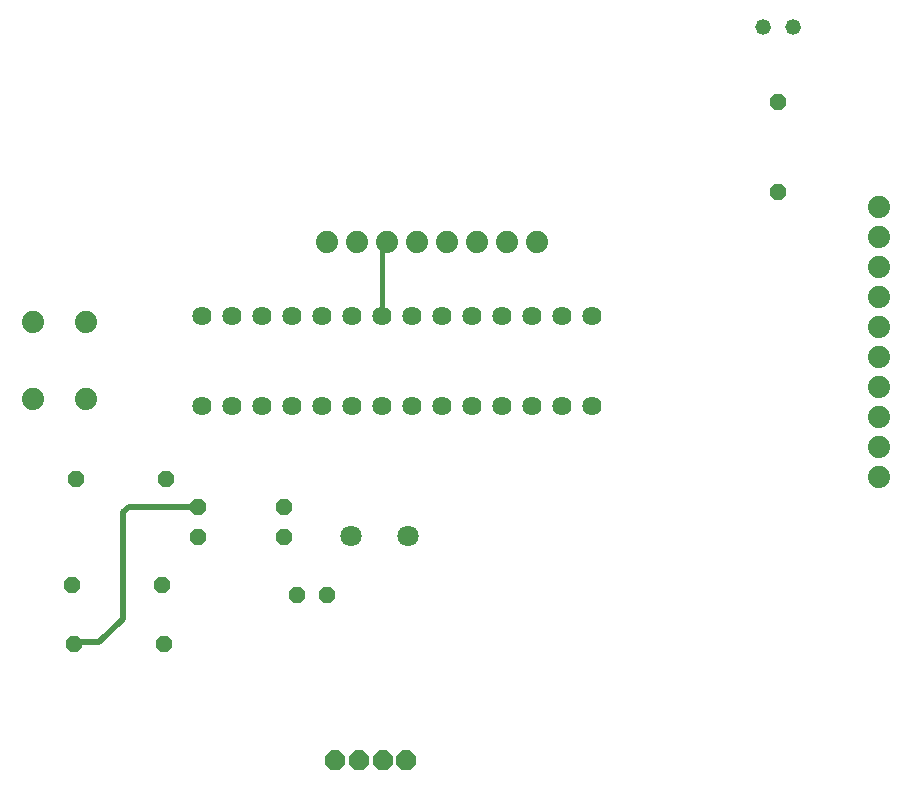
<source format=gbr>
G04 EAGLE Gerber RS-274X export*
G75*
%MOMM*%
%FSLAX34Y34*%
%LPD*%
%INTop Copper*%
%IPPOS*%
%AMOC8*
5,1,8,0,0,1.08239X$1,22.5*%
G01*
%ADD10P,1.429621X8X112.500000*%
%ADD11P,1.429621X8X202.500000*%
%ADD12C,1.320800*%
%ADD13C,1.879600*%
%ADD14P,1.429621X8X22.500000*%
%ADD15C,1.625600*%
%ADD16C,1.800000*%
%ADD17P,1.814519X8X22.500000*%
%ADD18C,0.406400*%
%ADD19C,0.508000*%


D10*
X243700Y299600D03*
X243700Y325000D03*
D11*
X352700Y250000D03*
X327300Y250000D03*
D10*
X316700Y299600D03*
X316700Y325000D03*
D12*
X747200Y731200D03*
X721800Y731200D03*
D13*
X353200Y549300D03*
X378600Y549300D03*
X404000Y549300D03*
X429400Y549300D03*
X454800Y549300D03*
X480200Y549300D03*
X505600Y549300D03*
X531000Y549300D03*
D14*
X140200Y348500D03*
X216400Y348500D03*
X138600Y208500D03*
X214800Y208500D03*
D11*
X213200Y258500D03*
X137000Y258500D03*
D10*
X734500Y591200D03*
X734500Y667400D03*
D13*
X103794Y416288D03*
X103794Y481312D03*
X149006Y416288D03*
X149006Y481312D03*
D15*
X247000Y410200D03*
X272400Y410200D03*
X297800Y410200D03*
X323200Y410200D03*
X348600Y410200D03*
X374000Y410200D03*
X399400Y410200D03*
X424800Y410200D03*
X450200Y410200D03*
X475600Y410200D03*
X501000Y410200D03*
X526400Y410200D03*
X551800Y410200D03*
X577200Y410200D03*
X577200Y486400D03*
X551800Y486400D03*
X526400Y486400D03*
X501000Y486400D03*
X475600Y486400D03*
X450200Y486400D03*
X424800Y486400D03*
X399400Y486400D03*
X374000Y486400D03*
X348600Y486400D03*
X323200Y486400D03*
X297800Y486400D03*
X272400Y486400D03*
X247000Y486400D03*
D16*
X421630Y299900D03*
X373370Y299900D03*
D17*
X360000Y110000D03*
X380000Y110000D03*
X400000Y110000D03*
X420000Y110000D03*
D13*
X820000Y350000D03*
X820000Y375400D03*
X820000Y400800D03*
X820000Y426200D03*
X820000Y451600D03*
X820000Y477000D03*
X820000Y502400D03*
X820000Y527800D03*
X820000Y553200D03*
X820000Y578600D03*
D18*
X399400Y544700D02*
X399400Y486400D01*
X399400Y544700D02*
X404000Y549300D01*
D19*
X140100Y210000D02*
X138600Y208500D01*
X140100Y210000D02*
X160000Y210000D01*
X180000Y230000D01*
X180000Y320000D01*
X185000Y325000D01*
X243700Y325000D01*
M02*

</source>
